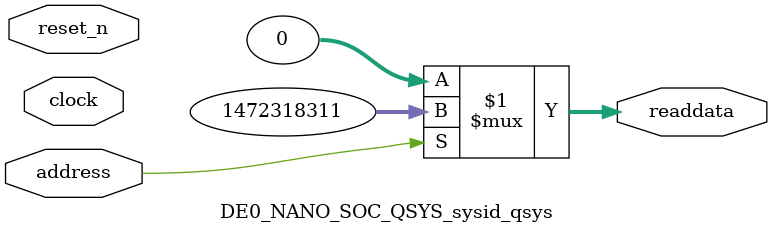
<source format=v>

`timescale 1ns / 1ps
// synthesis translate_on

// turn off superfluous verilog processor warnings 
// altera message_level Level1 
// altera message_off 10034 10035 10036 10037 10230 10240 10030 

module DE0_NANO_SOC_QSYS_sysid_qsys (
               // inputs:
                address,
                clock,
                reset_n,

               // outputs:
                readdata
             )
;

  output  [ 31: 0] readdata;
  input            address;
  input            clock;
  input            reset_n;

  wire    [ 31: 0] readdata;
  //control_slave, which is an e_avalon_slave
  assign readdata = address ? 1472318311 : 0;

endmodule




</source>
